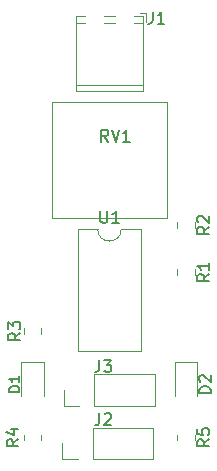
<source format=gbr>
%TF.GenerationSoftware,KiCad,Pcbnew,8.0.0*%
%TF.CreationDate,2025-07-08T12:20:57+05:30*%
%TF.ProjectId,Sensortech_flex,53656e73-6f72-4746-9563-685f666c6578,rev?*%
%TF.SameCoordinates,Original*%
%TF.FileFunction,Legend,Top*%
%TF.FilePolarity,Positive*%
%FSLAX46Y46*%
G04 Gerber Fmt 4.6, Leading zero omitted, Abs format (unit mm)*
G04 Created by KiCad (PCBNEW 8.0.0) date 2025-07-08 12:20:57*
%MOMM*%
%LPD*%
G01*
G04 APERTURE LIST*
%ADD10C,0.150000*%
%ADD11C,0.120000*%
G04 APERTURE END LIST*
D10*
X97954819Y-59666666D02*
X97478628Y-59999999D01*
X97954819Y-60238094D02*
X96954819Y-60238094D01*
X96954819Y-60238094D02*
X96954819Y-59857142D01*
X96954819Y-59857142D02*
X97002438Y-59761904D01*
X97002438Y-59761904D02*
X97050057Y-59714285D01*
X97050057Y-59714285D02*
X97145295Y-59666666D01*
X97145295Y-59666666D02*
X97288152Y-59666666D01*
X97288152Y-59666666D02*
X97383390Y-59714285D01*
X97383390Y-59714285D02*
X97431009Y-59761904D01*
X97431009Y-59761904D02*
X97478628Y-59857142D01*
X97478628Y-59857142D02*
X97478628Y-60238094D01*
X97050057Y-59285713D02*
X97002438Y-59238094D01*
X97002438Y-59238094D02*
X96954819Y-59142856D01*
X96954819Y-59142856D02*
X96954819Y-58904761D01*
X96954819Y-58904761D02*
X97002438Y-58809523D01*
X97002438Y-58809523D02*
X97050057Y-58761904D01*
X97050057Y-58761904D02*
X97145295Y-58714285D01*
X97145295Y-58714285D02*
X97240533Y-58714285D01*
X97240533Y-58714285D02*
X97383390Y-58761904D01*
X97383390Y-58761904D02*
X97954819Y-59333332D01*
X97954819Y-59333332D02*
X97954819Y-58714285D01*
X81804819Y-77666666D02*
X81328628Y-77999999D01*
X81804819Y-78238094D02*
X80804819Y-78238094D01*
X80804819Y-78238094D02*
X80804819Y-77857142D01*
X80804819Y-77857142D02*
X80852438Y-77761904D01*
X80852438Y-77761904D02*
X80900057Y-77714285D01*
X80900057Y-77714285D02*
X80995295Y-77666666D01*
X80995295Y-77666666D02*
X81138152Y-77666666D01*
X81138152Y-77666666D02*
X81233390Y-77714285D01*
X81233390Y-77714285D02*
X81281009Y-77761904D01*
X81281009Y-77761904D02*
X81328628Y-77857142D01*
X81328628Y-77857142D02*
X81328628Y-78238094D01*
X81138152Y-76809523D02*
X81804819Y-76809523D01*
X80757200Y-77047618D02*
X81471485Y-77285713D01*
X81471485Y-77285713D02*
X81471485Y-76666666D01*
X93166666Y-41454819D02*
X93166666Y-42169104D01*
X93166666Y-42169104D02*
X93119047Y-42311961D01*
X93119047Y-42311961D02*
X93023809Y-42407200D01*
X93023809Y-42407200D02*
X92880952Y-42454819D01*
X92880952Y-42454819D02*
X92785714Y-42454819D01*
X94166666Y-42454819D02*
X93595238Y-42454819D01*
X93880952Y-42454819D02*
X93880952Y-41454819D01*
X93880952Y-41454819D02*
X93785714Y-41597676D01*
X93785714Y-41597676D02*
X93690476Y-41692914D01*
X93690476Y-41692914D02*
X93595238Y-41740533D01*
X88666666Y-75454819D02*
X88666666Y-76169104D01*
X88666666Y-76169104D02*
X88619047Y-76311961D01*
X88619047Y-76311961D02*
X88523809Y-76407200D01*
X88523809Y-76407200D02*
X88380952Y-76454819D01*
X88380952Y-76454819D02*
X88285714Y-76454819D01*
X89095238Y-75550057D02*
X89142857Y-75502438D01*
X89142857Y-75502438D02*
X89238095Y-75454819D01*
X89238095Y-75454819D02*
X89476190Y-75454819D01*
X89476190Y-75454819D02*
X89571428Y-75502438D01*
X89571428Y-75502438D02*
X89619047Y-75550057D01*
X89619047Y-75550057D02*
X89666666Y-75645295D01*
X89666666Y-75645295D02*
X89666666Y-75740533D01*
X89666666Y-75740533D02*
X89619047Y-75883390D01*
X89619047Y-75883390D02*
X89047619Y-76454819D01*
X89047619Y-76454819D02*
X89666666Y-76454819D01*
X81885427Y-73627381D02*
X81035427Y-73627381D01*
X81035427Y-73627381D02*
X81035427Y-73425000D01*
X81035427Y-73425000D02*
X81075903Y-73303571D01*
X81075903Y-73303571D02*
X81156855Y-73222619D01*
X81156855Y-73222619D02*
X81237808Y-73182142D01*
X81237808Y-73182142D02*
X81399712Y-73141666D01*
X81399712Y-73141666D02*
X81521141Y-73141666D01*
X81521141Y-73141666D02*
X81683046Y-73182142D01*
X81683046Y-73182142D02*
X81763998Y-73222619D01*
X81763998Y-73222619D02*
X81844951Y-73303571D01*
X81844951Y-73303571D02*
X81885427Y-73425000D01*
X81885427Y-73425000D02*
X81885427Y-73627381D01*
X81885427Y-72332142D02*
X81885427Y-72817857D01*
X81885427Y-72575000D02*
X81035427Y-72575000D01*
X81035427Y-72575000D02*
X81156855Y-72655952D01*
X81156855Y-72655952D02*
X81237808Y-72736904D01*
X81237808Y-72736904D02*
X81278284Y-72817857D01*
X88666666Y-70954819D02*
X88666666Y-71669104D01*
X88666666Y-71669104D02*
X88619047Y-71811961D01*
X88619047Y-71811961D02*
X88523809Y-71907200D01*
X88523809Y-71907200D02*
X88380952Y-71954819D01*
X88380952Y-71954819D02*
X88285714Y-71954819D01*
X89047619Y-70954819D02*
X89666666Y-70954819D01*
X89666666Y-70954819D02*
X89333333Y-71335771D01*
X89333333Y-71335771D02*
X89476190Y-71335771D01*
X89476190Y-71335771D02*
X89571428Y-71383390D01*
X89571428Y-71383390D02*
X89619047Y-71431009D01*
X89619047Y-71431009D02*
X89666666Y-71526247D01*
X89666666Y-71526247D02*
X89666666Y-71764342D01*
X89666666Y-71764342D02*
X89619047Y-71859580D01*
X89619047Y-71859580D02*
X89571428Y-71907200D01*
X89571428Y-71907200D02*
X89476190Y-71954819D01*
X89476190Y-71954819D02*
X89190476Y-71954819D01*
X89190476Y-71954819D02*
X89095238Y-71907200D01*
X89095238Y-71907200D02*
X89047619Y-71859580D01*
X97954819Y-63666666D02*
X97478628Y-63999999D01*
X97954819Y-64238094D02*
X96954819Y-64238094D01*
X96954819Y-64238094D02*
X96954819Y-63857142D01*
X96954819Y-63857142D02*
X97002438Y-63761904D01*
X97002438Y-63761904D02*
X97050057Y-63714285D01*
X97050057Y-63714285D02*
X97145295Y-63666666D01*
X97145295Y-63666666D02*
X97288152Y-63666666D01*
X97288152Y-63666666D02*
X97383390Y-63714285D01*
X97383390Y-63714285D02*
X97431009Y-63761904D01*
X97431009Y-63761904D02*
X97478628Y-63857142D01*
X97478628Y-63857142D02*
X97478628Y-64238094D01*
X97954819Y-62714285D02*
X97954819Y-63285713D01*
X97954819Y-62999999D02*
X96954819Y-62999999D01*
X96954819Y-62999999D02*
X97097676Y-63095237D01*
X97097676Y-63095237D02*
X97192914Y-63190475D01*
X97192914Y-63190475D02*
X97240533Y-63285713D01*
X89404761Y-52454819D02*
X89071428Y-51978628D01*
X88833333Y-52454819D02*
X88833333Y-51454819D01*
X88833333Y-51454819D02*
X89214285Y-51454819D01*
X89214285Y-51454819D02*
X89309523Y-51502438D01*
X89309523Y-51502438D02*
X89357142Y-51550057D01*
X89357142Y-51550057D02*
X89404761Y-51645295D01*
X89404761Y-51645295D02*
X89404761Y-51788152D01*
X89404761Y-51788152D02*
X89357142Y-51883390D01*
X89357142Y-51883390D02*
X89309523Y-51931009D01*
X89309523Y-51931009D02*
X89214285Y-51978628D01*
X89214285Y-51978628D02*
X88833333Y-51978628D01*
X89690476Y-51454819D02*
X90023809Y-52454819D01*
X90023809Y-52454819D02*
X90357142Y-51454819D01*
X91214285Y-52454819D02*
X90642857Y-52454819D01*
X90928571Y-52454819D02*
X90928571Y-51454819D01*
X90928571Y-51454819D02*
X90833333Y-51597676D01*
X90833333Y-51597676D02*
X90738095Y-51692914D01*
X90738095Y-51692914D02*
X90642857Y-51740533D01*
X98104819Y-73738094D02*
X97104819Y-73738094D01*
X97104819Y-73738094D02*
X97104819Y-73499999D01*
X97104819Y-73499999D02*
X97152438Y-73357142D01*
X97152438Y-73357142D02*
X97247676Y-73261904D01*
X97247676Y-73261904D02*
X97342914Y-73214285D01*
X97342914Y-73214285D02*
X97533390Y-73166666D01*
X97533390Y-73166666D02*
X97676247Y-73166666D01*
X97676247Y-73166666D02*
X97866723Y-73214285D01*
X97866723Y-73214285D02*
X97961961Y-73261904D01*
X97961961Y-73261904D02*
X98057200Y-73357142D01*
X98057200Y-73357142D02*
X98104819Y-73499999D01*
X98104819Y-73499999D02*
X98104819Y-73738094D01*
X97200057Y-72785713D02*
X97152438Y-72738094D01*
X97152438Y-72738094D02*
X97104819Y-72642856D01*
X97104819Y-72642856D02*
X97104819Y-72404761D01*
X97104819Y-72404761D02*
X97152438Y-72309523D01*
X97152438Y-72309523D02*
X97200057Y-72261904D01*
X97200057Y-72261904D02*
X97295295Y-72214285D01*
X97295295Y-72214285D02*
X97390533Y-72214285D01*
X97390533Y-72214285D02*
X97533390Y-72261904D01*
X97533390Y-72261904D02*
X98104819Y-72833332D01*
X98104819Y-72833332D02*
X98104819Y-72214285D01*
X88748095Y-58324819D02*
X88748095Y-59134342D01*
X88748095Y-59134342D02*
X88795714Y-59229580D01*
X88795714Y-59229580D02*
X88843333Y-59277200D01*
X88843333Y-59277200D02*
X88938571Y-59324819D01*
X88938571Y-59324819D02*
X89129047Y-59324819D01*
X89129047Y-59324819D02*
X89224285Y-59277200D01*
X89224285Y-59277200D02*
X89271904Y-59229580D01*
X89271904Y-59229580D02*
X89319523Y-59134342D01*
X89319523Y-59134342D02*
X89319523Y-58324819D01*
X90319523Y-59324819D02*
X89748095Y-59324819D01*
X90033809Y-59324819D02*
X90033809Y-58324819D01*
X90033809Y-58324819D02*
X89938571Y-58467676D01*
X89938571Y-58467676D02*
X89843333Y-58562914D01*
X89843333Y-58562914D02*
X89748095Y-58610533D01*
X81954819Y-68666666D02*
X81478628Y-68999999D01*
X81954819Y-69238094D02*
X80954819Y-69238094D01*
X80954819Y-69238094D02*
X80954819Y-68857142D01*
X80954819Y-68857142D02*
X81002438Y-68761904D01*
X81002438Y-68761904D02*
X81050057Y-68714285D01*
X81050057Y-68714285D02*
X81145295Y-68666666D01*
X81145295Y-68666666D02*
X81288152Y-68666666D01*
X81288152Y-68666666D02*
X81383390Y-68714285D01*
X81383390Y-68714285D02*
X81431009Y-68761904D01*
X81431009Y-68761904D02*
X81478628Y-68857142D01*
X81478628Y-68857142D02*
X81478628Y-69238094D01*
X80954819Y-68333332D02*
X80954819Y-67714285D01*
X80954819Y-67714285D02*
X81335771Y-68047618D01*
X81335771Y-68047618D02*
X81335771Y-67904761D01*
X81335771Y-67904761D02*
X81383390Y-67809523D01*
X81383390Y-67809523D02*
X81431009Y-67761904D01*
X81431009Y-67761904D02*
X81526247Y-67714285D01*
X81526247Y-67714285D02*
X81764342Y-67714285D01*
X81764342Y-67714285D02*
X81859580Y-67761904D01*
X81859580Y-67761904D02*
X81907200Y-67809523D01*
X81907200Y-67809523D02*
X81954819Y-67904761D01*
X81954819Y-67904761D02*
X81954819Y-68190475D01*
X81954819Y-68190475D02*
X81907200Y-68285713D01*
X81907200Y-68285713D02*
X81859580Y-68333332D01*
X97954819Y-77666666D02*
X97478628Y-77999999D01*
X97954819Y-78238094D02*
X96954819Y-78238094D01*
X96954819Y-78238094D02*
X96954819Y-77857142D01*
X96954819Y-77857142D02*
X97002438Y-77761904D01*
X97002438Y-77761904D02*
X97050057Y-77714285D01*
X97050057Y-77714285D02*
X97145295Y-77666666D01*
X97145295Y-77666666D02*
X97288152Y-77666666D01*
X97288152Y-77666666D02*
X97383390Y-77714285D01*
X97383390Y-77714285D02*
X97431009Y-77761904D01*
X97431009Y-77761904D02*
X97478628Y-77857142D01*
X97478628Y-77857142D02*
X97478628Y-78238094D01*
X96954819Y-76761904D02*
X96954819Y-77238094D01*
X96954819Y-77238094D02*
X97431009Y-77285713D01*
X97431009Y-77285713D02*
X97383390Y-77238094D01*
X97383390Y-77238094D02*
X97335771Y-77142856D01*
X97335771Y-77142856D02*
X97335771Y-76904761D01*
X97335771Y-76904761D02*
X97383390Y-76809523D01*
X97383390Y-76809523D02*
X97431009Y-76761904D01*
X97431009Y-76761904D02*
X97526247Y-76714285D01*
X97526247Y-76714285D02*
X97764342Y-76714285D01*
X97764342Y-76714285D02*
X97859580Y-76761904D01*
X97859580Y-76761904D02*
X97907200Y-76809523D01*
X97907200Y-76809523D02*
X97954819Y-76904761D01*
X97954819Y-76904761D02*
X97954819Y-77142856D01*
X97954819Y-77142856D02*
X97907200Y-77238094D01*
X97907200Y-77238094D02*
X97859580Y-77285713D01*
D11*
%TO.C,R2*%
X95265000Y-59727064D02*
X95265000Y-59272936D01*
X96735000Y-59727064D02*
X96735000Y-59272936D01*
%TO.C,R4*%
X82265000Y-77727064D02*
X82265000Y-77272936D01*
X83735000Y-77727064D02*
X83735000Y-77272936D01*
%TO.C,J1*%
X86670000Y-48160000D02*
X86670000Y-41840000D01*
X87440000Y-41840000D02*
X86670000Y-41840000D01*
X87440000Y-42400000D02*
X86670000Y-42400000D01*
X89980000Y-41840000D02*
X89020000Y-41840000D01*
X89980000Y-42400000D02*
X89020000Y-42400000D01*
X92330000Y-41840000D02*
X91560000Y-41840000D01*
X92330000Y-42400000D02*
X91560000Y-42400000D01*
X92330000Y-47700000D02*
X86670000Y-47700000D01*
X92330000Y-48160000D02*
X86670000Y-48160000D01*
X92330000Y-48160000D02*
X92330000Y-41840000D01*
X92570000Y-41600000D02*
X92070000Y-41600000D01*
X92570000Y-42340000D02*
X92570000Y-41600000D01*
%TO.C,J2*%
X85495000Y-79330000D02*
X85495000Y-78000000D01*
X86825000Y-79330000D02*
X85495000Y-79330000D01*
X88095000Y-76670000D02*
X93235000Y-76670000D01*
X88095000Y-79330000D02*
X88095000Y-76670000D01*
X88095000Y-79330000D02*
X93235000Y-79330000D01*
X93235000Y-79330000D02*
X93235000Y-76670000D01*
%TO.C,D1*%
X82040000Y-71140000D02*
X82040000Y-74000000D01*
X83960000Y-71140000D02*
X82040000Y-71140000D01*
X83960000Y-74000000D02*
X83960000Y-71140000D01*
%TO.C,J3*%
X85630000Y-74830000D02*
X85630000Y-73500000D01*
X86960000Y-74830000D02*
X85630000Y-74830000D01*
X88230000Y-72170000D02*
X93370000Y-72170000D01*
X88230000Y-74830000D02*
X88230000Y-72170000D01*
X88230000Y-74830000D02*
X93370000Y-74830000D01*
X93370000Y-74830000D02*
X93370000Y-72170000D01*
%TO.C,R1*%
X95265000Y-63272936D02*
X95265000Y-63727064D01*
X96735000Y-63272936D02*
X96735000Y-63727064D01*
%TO.C,RV1*%
X84615000Y-49115000D02*
X84615000Y-58885000D01*
X84615000Y-49115000D02*
X94385000Y-49115000D01*
X84615000Y-58885000D02*
X94385000Y-58885000D01*
X94385000Y-49115000D02*
X94385000Y-58885000D01*
%TO.C,D2*%
X95040000Y-71140000D02*
X95040000Y-74000000D01*
X96960000Y-71140000D02*
X95040000Y-71140000D01*
X96960000Y-74000000D02*
X96960000Y-71140000D01*
%TO.C,U1*%
X86860000Y-59870000D02*
X86860000Y-70150000D01*
X86860000Y-70150000D02*
X92160000Y-70150000D01*
X88510000Y-59870000D02*
X86860000Y-59870000D01*
X92160000Y-59870000D02*
X90510000Y-59870000D01*
X92160000Y-70150000D02*
X92160000Y-59870000D01*
X90510000Y-59870000D02*
G75*
G02*
X88510000Y-59870000I-1000000J0D01*
G01*
%TO.C,R3*%
X82265000Y-68272936D02*
X82265000Y-68727064D01*
X83735000Y-68272936D02*
X83735000Y-68727064D01*
%TO.C,R5*%
X95265000Y-77727064D02*
X95265000Y-77272936D01*
X96735000Y-77727064D02*
X96735000Y-77272936D01*
%TD*%
M02*

</source>
